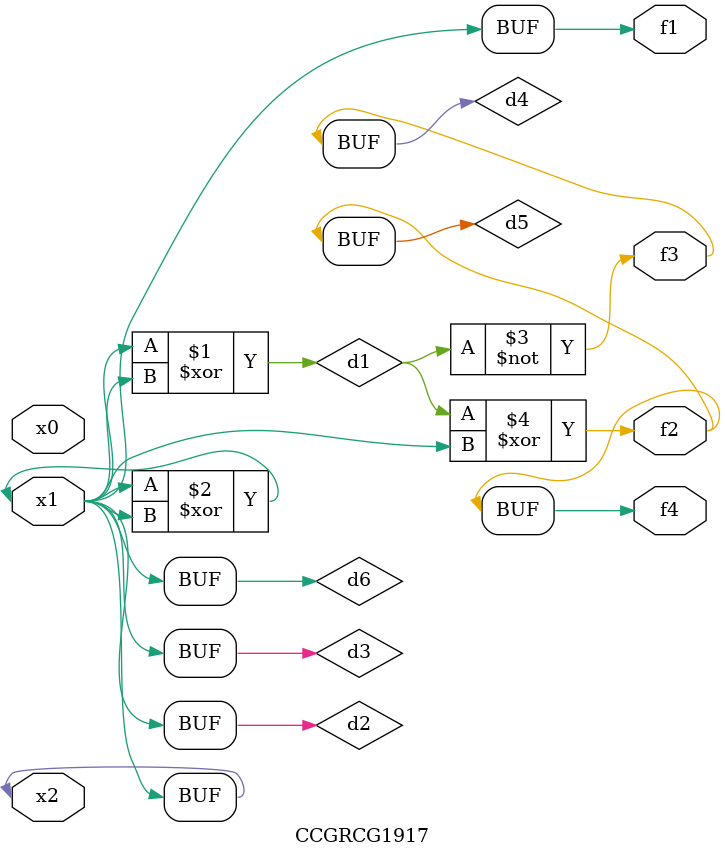
<source format=v>
module CCGRCG1917(
	input x0, x1, x2,
	output f1, f2, f3, f4
);

	wire d1, d2, d3, d4, d5, d6;

	xor (d1, x1, x2);
	buf (d2, x1, x2);
	xor (d3, x1, x2);
	nor (d4, d1);
	xor (d5, d1, d2);
	buf (d6, d2, d3);
	assign f1 = d6;
	assign f2 = d5;
	assign f3 = d4;
	assign f4 = d5;
endmodule

</source>
